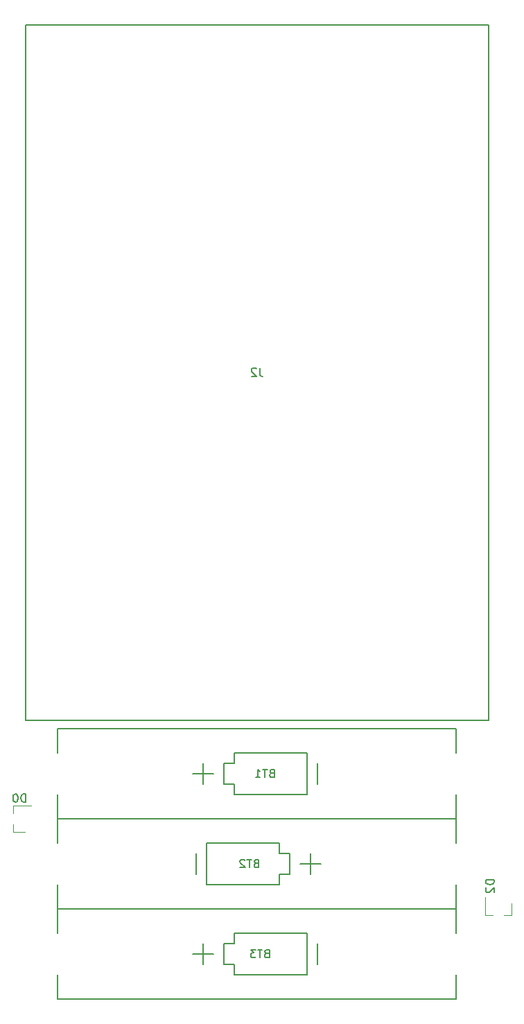
<source format=gbo>
G04 #@! TF.GenerationSoftware,KiCad,Pcbnew,5.0.2-bee76a0~70~ubuntu18.10.1*
G04 #@! TF.CreationDate,2019-03-19T21:34:18-05:00*
G04 #@! TF.ProjectId,camboard,63616d62-6f61-4726-942e-6b696361645f,rev?*
G04 #@! TF.SameCoordinates,Original*
G04 #@! TF.FileFunction,Legend,Bot*
G04 #@! TF.FilePolarity,Positive*
%FSLAX46Y46*%
G04 Gerber Fmt 4.6, Leading zero omitted, Abs format (unit mm)*
G04 Created by KiCad (PCBNEW 5.0.2-bee76a0~70~ubuntu18.10.1) date Tue 19 Mar 2019 09:34:18 PM CDT*
%MOMM*%
%LPD*%
G01*
G04 APERTURE LIST*
%ADD10C,0.150000*%
%ADD11C,0.120000*%
G04 APERTURE END LIST*
D10*
G04 #@! TO.C,BT1*
X-2730000Y-50270000D02*
X-4000000Y-50270000D01*
X-2730000Y-51540000D02*
X-2730000Y-50270000D01*
X6160000Y-51540000D02*
X-2730000Y-51540000D01*
X6160000Y-46460000D02*
X6160000Y-51540000D01*
X-2730000Y-46460000D02*
X6160000Y-46460000D01*
X-2730000Y-47730000D02*
X-2730000Y-46460000D01*
X-4000000Y-47730000D02*
X-2730000Y-47730000D01*
X-4000000Y-50270000D02*
X-4000000Y-47730000D01*
X7430000Y-50270000D02*
X7430000Y-47730000D01*
X-7810000Y-49000000D02*
X-5270000Y-49000000D01*
X-6540000Y-50270000D02*
X-6540000Y-47730000D01*
X-24320000Y-43500000D02*
X-24320000Y-46460000D01*
X-24320000Y-51540000D02*
X-24320000Y-54500000D01*
X24320000Y-51540000D02*
X24320000Y-54500000D01*
X24320000Y-43500000D02*
X24320000Y-46460000D01*
X-24320000Y-43500000D02*
X24320000Y-43500000D01*
X24320000Y-54500000D02*
X-24320000Y-54500000D01*
G04 #@! TO.C,BT2*
X2730000Y-58730000D02*
X4000000Y-58730000D01*
X2730000Y-57460000D02*
X2730000Y-58730000D01*
X-6160000Y-57460000D02*
X2730000Y-57460000D01*
X-6160000Y-62540000D02*
X-6160000Y-57460000D01*
X2730000Y-62540000D02*
X-6160000Y-62540000D01*
X2730000Y-61270000D02*
X2730000Y-62540000D01*
X4000000Y-61270000D02*
X2730000Y-61270000D01*
X4000000Y-58730000D02*
X4000000Y-61270000D01*
X-7430000Y-58730000D02*
X-7430000Y-61270000D01*
X7810000Y-60000000D02*
X5270000Y-60000000D01*
X6540000Y-58730000D02*
X6540000Y-61270000D01*
X24320000Y-65500000D02*
X24320000Y-62540000D01*
X24320000Y-57460000D02*
X24320000Y-54500000D01*
X-24320000Y-57460000D02*
X-24320000Y-54500000D01*
X-24320000Y-65500000D02*
X-24320000Y-62540000D01*
X24320000Y-65500000D02*
X-24320000Y-65500000D01*
X-24320000Y-54500000D02*
X24320000Y-54500000D01*
G04 #@! TO.C,BT3*
X-2730000Y-72270000D02*
X-4000000Y-72270000D01*
X-2730000Y-73540000D02*
X-2730000Y-72270000D01*
X6160000Y-73540000D02*
X-2730000Y-73540000D01*
X6160000Y-68460000D02*
X6160000Y-73540000D01*
X-2730000Y-68460000D02*
X6160000Y-68460000D01*
X-2730000Y-69730000D02*
X-2730000Y-68460000D01*
X-4000000Y-69730000D02*
X-2730000Y-69730000D01*
X-4000000Y-72270000D02*
X-4000000Y-69730000D01*
X7430000Y-72270000D02*
X7430000Y-69730000D01*
X-7810000Y-71000000D02*
X-5270000Y-71000000D01*
X-6540000Y-72270000D02*
X-6540000Y-69730000D01*
X-24320000Y-65500000D02*
X-24320000Y-68460000D01*
X-24320000Y-73540000D02*
X-24320000Y-76500000D01*
X24320000Y-73540000D02*
X24320000Y-76500000D01*
X24320000Y-65500000D02*
X24320000Y-68460000D01*
X-24320000Y-65500000D02*
X24320000Y-65500000D01*
X24320000Y-76500000D02*
X-24320000Y-76500000D01*
G04 #@! TO.C,J2*
X28270000Y-42480000D02*
X28270000Y42480000D01*
X28270000Y42480000D02*
X-28270000Y42480000D01*
X-28270000Y-42480000D02*
X-28270000Y42480000D01*
X28270000Y-42480000D02*
X-28270000Y-42480000D01*
D11*
G04 #@! TO.C,D2*
X31080000Y-66260000D02*
X31080000Y-64800000D01*
X27920000Y-66260000D02*
X27920000Y-64100000D01*
X27920000Y-66260000D02*
X28850000Y-66260000D01*
X31080000Y-66260000D02*
X30150000Y-66260000D01*
G04 #@! TO.C,D0*
X-29760000Y-56080000D02*
X-29760000Y-55150000D01*
X-29760000Y-52920000D02*
X-29760000Y-53850000D01*
X-29760000Y-52920000D02*
X-27600000Y-52920000D01*
X-29760000Y-56080000D02*
X-28300000Y-56080000D01*
G04 #@! TO.C,BT1*
D10*
X1785714Y-48928571D02*
X1642857Y-48976190D01*
X1595238Y-49023809D01*
X1547619Y-49119047D01*
X1547619Y-49261904D01*
X1595238Y-49357142D01*
X1642857Y-49404761D01*
X1738095Y-49452380D01*
X2119047Y-49452380D01*
X2119047Y-48452380D01*
X1785714Y-48452380D01*
X1690476Y-48500000D01*
X1642857Y-48547619D01*
X1595238Y-48642857D01*
X1595238Y-48738095D01*
X1642857Y-48833333D01*
X1690476Y-48880952D01*
X1785714Y-48928571D01*
X2119047Y-48928571D01*
X1261904Y-48452380D02*
X690476Y-48452380D01*
X976190Y-49452380D02*
X976190Y-48452380D01*
X-166666Y-49452380D02*
X404761Y-49452380D01*
X119047Y-49452380D02*
X119047Y-48452380D01*
X214285Y-48595238D01*
X309523Y-48690476D01*
X404761Y-48738095D01*
G04 #@! TO.C,BT2*
X-108287Y-59928571D02*
X-251144Y-59976190D01*
X-298763Y-60023809D01*
X-346382Y-60119047D01*
X-346382Y-60261904D01*
X-298763Y-60357142D01*
X-251144Y-60404761D01*
X-155906Y-60452380D01*
X225045Y-60452380D01*
X225045Y-59452380D01*
X-108287Y-59452380D01*
X-203525Y-59500000D01*
X-251144Y-59547619D01*
X-298763Y-59642857D01*
X-298763Y-59738095D01*
X-251144Y-59833333D01*
X-203525Y-59880952D01*
X-108287Y-59928571D01*
X225045Y-59928571D01*
X-632097Y-59452380D02*
X-1203525Y-59452380D01*
X-917811Y-60452380D02*
X-917811Y-59452380D01*
X-1489240Y-59547619D02*
X-1536859Y-59500000D01*
X-1632097Y-59452380D01*
X-1870192Y-59452380D01*
X-1965430Y-59500000D01*
X-2013049Y-59547619D01*
X-2060668Y-59642857D01*
X-2060668Y-59738095D01*
X-2013049Y-59880952D01*
X-1441621Y-60452380D01*
X-2060668Y-60452380D01*
G04 #@! TO.C,BT3*
X1179716Y-70928571D02*
X1036859Y-70976190D01*
X989240Y-71023809D01*
X941621Y-71119047D01*
X941621Y-71261904D01*
X989240Y-71357142D01*
X1036859Y-71404761D01*
X1132097Y-71452380D01*
X1513049Y-71452380D01*
X1513049Y-70452380D01*
X1179716Y-70452380D01*
X1084478Y-70500000D01*
X1036859Y-70547619D01*
X989240Y-70642857D01*
X989240Y-70738095D01*
X1036859Y-70833333D01*
X1084478Y-70880952D01*
X1179716Y-70928571D01*
X1513049Y-70928571D01*
X655906Y-70452380D02*
X84478Y-70452380D01*
X370192Y-71452380D02*
X370192Y-70452380D01*
X-153617Y-70452380D02*
X-772664Y-70452380D01*
X-439331Y-70833333D01*
X-582188Y-70833333D01*
X-677426Y-70880952D01*
X-725045Y-70928571D01*
X-772664Y-71023809D01*
X-772664Y-71261904D01*
X-725045Y-71357142D01*
X-677426Y-71404761D01*
X-582188Y-71452380D01*
X-296474Y-71452380D01*
X-201236Y-71404761D01*
X-153617Y-71357142D01*
G04 #@! TO.C,J2*
X333333Y547619D02*
X333333Y-166666D01*
X380952Y-309523D01*
X476190Y-404761D01*
X619047Y-452380D01*
X714285Y-452380D01*
X-95238Y452380D02*
X-142857Y500000D01*
X-238095Y547619D01*
X-476190Y547619D01*
X-571428Y500000D01*
X-619047Y452380D01*
X-666666Y357142D01*
X-666666Y261904D01*
X-619047Y119047D01*
X-47619Y-452380D01*
X-666666Y-452380D01*
G04 #@! TO.C,D2*
X28952380Y-61961904D02*
X27952380Y-61961904D01*
X27952380Y-62200000D01*
X28000000Y-62342857D01*
X28095238Y-62438095D01*
X28190476Y-62485714D01*
X28380952Y-62533333D01*
X28523809Y-62533333D01*
X28714285Y-62485714D01*
X28809523Y-62438095D01*
X28904761Y-62342857D01*
X28952380Y-62200000D01*
X28952380Y-61961904D01*
X28047619Y-62914285D02*
X28000000Y-62961904D01*
X27952380Y-63057142D01*
X27952380Y-63295238D01*
X28000000Y-63390476D01*
X28047619Y-63438095D01*
X28142857Y-63485714D01*
X28238095Y-63485714D01*
X28380952Y-63438095D01*
X28952380Y-62866666D01*
X28952380Y-63485714D01*
G04 #@! TO.C,D0*
X-28261904Y-52452380D02*
X-28261904Y-51452380D01*
X-28500000Y-51452380D01*
X-28642857Y-51500000D01*
X-28738095Y-51595238D01*
X-28785714Y-51690476D01*
X-28833333Y-51880952D01*
X-28833333Y-52023809D01*
X-28785714Y-52214285D01*
X-28738095Y-52309523D01*
X-28642857Y-52404761D01*
X-28500000Y-52452380D01*
X-28261904Y-52452380D01*
X-29452380Y-51452380D02*
X-29547619Y-51452380D01*
X-29642857Y-51500000D01*
X-29690476Y-51547619D01*
X-29738095Y-51642857D01*
X-29785714Y-51833333D01*
X-29785714Y-52071428D01*
X-29738095Y-52261904D01*
X-29690476Y-52357142D01*
X-29642857Y-52404761D01*
X-29547619Y-52452380D01*
X-29452380Y-52452380D01*
X-29357142Y-52404761D01*
X-29309523Y-52357142D01*
X-29261904Y-52261904D01*
X-29214285Y-52071428D01*
X-29214285Y-51833333D01*
X-29261904Y-51642857D01*
X-29309523Y-51547619D01*
X-29357142Y-51500000D01*
X-29452380Y-51452380D01*
G04 #@! TD*
M02*

</source>
